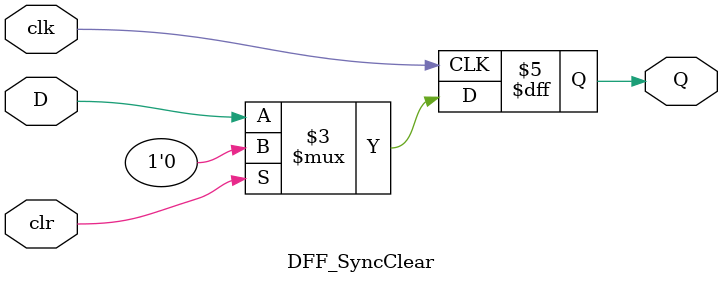
<source format=v>
module DFF_SyncClear(output reg Q, input D, input clk, input clr);
/*  DFF is positive edge-triggered  */
    always @ (posedge clk) begin
    /*  check if clr is 1, ONLY AT POSITIVE CLOCK EDGE, then clear o/p    */
        if(clr)
            Q = 1'b0;
        else
            Q = D;
    end
endmodule

</source>
